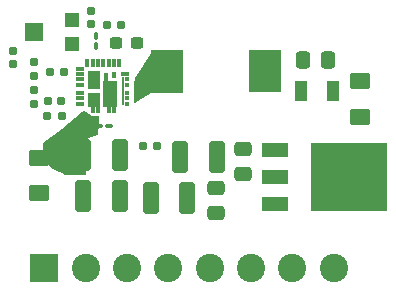
<source format=gbr>
%TF.GenerationSoftware,KiCad,Pcbnew,6.0.11+dfsg-1~bpo11+1*%
%TF.CreationDate,2023-08-28T18:41:00-05:00*%
%TF.ProjectId,Gauntl33tVoltageRegulator,4761756e-746c-4333-9374-566f6c746167,rev?*%
%TF.SameCoordinates,Original*%
%TF.FileFunction,Soldermask,Top*%
%TF.FilePolarity,Negative*%
%FSLAX46Y46*%
G04 Gerber Fmt 4.6, Leading zero omitted, Abs format (unit mm)*
G04 Created by KiCad (PCBNEW 6.0.11+dfsg-1~bpo11+1) date 2023-08-28 18:41:00*
%MOMM*%
%LPD*%
G01*
G04 APERTURE LIST*
G04 Aperture macros list*
%AMRoundRect*
0 Rectangle with rounded corners*
0 $1 Rounding radius*
0 $2 $3 $4 $5 $6 $7 $8 $9 X,Y pos of 4 corners*
0 Add a 4 corners polygon primitive as box body*
4,1,4,$2,$3,$4,$5,$6,$7,$8,$9,$2,$3,0*
0 Add four circle primitives for the rounded corners*
1,1,$1+$1,$2,$3*
1,1,$1+$1,$4,$5*
1,1,$1+$1,$6,$7*
1,1,$1+$1,$8,$9*
0 Add four rect primitives between the rounded corners*
20,1,$1+$1,$2,$3,$4,$5,0*
20,1,$1+$1,$4,$5,$6,$7,0*
20,1,$1+$1,$6,$7,$8,$9,0*
20,1,$1+$1,$8,$9,$2,$3,0*%
G04 Aperture macros list end*
%ADD10R,2.700000X3.600000*%
%ADD11RoundRect,0.250000X-0.412500X-1.100000X0.412500X-1.100000X0.412500X1.100000X-0.412500X1.100000X0*%
%ADD12RoundRect,0.250000X0.412500X1.100000X-0.412500X1.100000X-0.412500X-1.100000X0.412500X-1.100000X0*%
%ADD13RoundRect,0.160000X-0.197500X-0.160000X0.197500X-0.160000X0.197500X0.160000X-0.197500X0.160000X0*%
%ADD14RoundRect,0.250001X0.624999X-0.462499X0.624999X0.462499X-0.624999X0.462499X-0.624999X-0.462499X0*%
%ADD15R,0.300000X0.550000*%
%ADD16R,0.450000X0.300000*%
%ADD17R,0.730000X0.300000*%
%ADD18R,0.300000X0.725000*%
%ADD19R,0.725000X0.300000*%
%ADD20R,1.050000X1.575000*%
%ADD21R,1.050000X1.150000*%
%ADD22R,1.200000X2.175000*%
%ADD23R,0.380000X0.580000*%
%ADD24R,0.445000X0.650000*%
%ADD25R,0.275000X2.350000*%
%ADD26RoundRect,0.237500X0.300000X0.237500X-0.300000X0.237500X-0.300000X-0.237500X0.300000X-0.237500X0*%
%ADD27RoundRect,0.160000X0.160000X-0.197500X0.160000X0.197500X-0.160000X0.197500X-0.160000X-0.197500X0*%
%ADD28RoundRect,0.160000X0.197500X0.160000X-0.197500X0.160000X-0.197500X-0.160000X0.197500X-0.160000X0*%
%ADD29R,2.200000X1.200000*%
%ADD30R,6.400000X5.800000*%
%ADD31R,2.400000X2.400000*%
%ADD32C,2.400000*%
%ADD33R,1.200000X1.200000*%
%ADD34R,1.500000X1.600000*%
%ADD35RoundRect,0.160000X-0.160000X0.197500X-0.160000X-0.197500X0.160000X-0.197500X0.160000X0.197500X0*%
%ADD36RoundRect,0.155000X-0.212500X-0.155000X0.212500X-0.155000X0.212500X0.155000X-0.212500X0.155000X0*%
%ADD37RoundRect,0.100000X-0.217500X-0.100000X0.217500X-0.100000X0.217500X0.100000X-0.217500X0.100000X0*%
%ADD38RoundRect,0.250000X-0.337500X-0.475000X0.337500X-0.475000X0.337500X0.475000X-0.337500X0.475000X0*%
%ADD39RoundRect,0.250000X-0.475000X0.337500X-0.475000X-0.337500X0.475000X-0.337500X0.475000X0.337500X0*%
%ADD40R,1.070000X1.780000*%
%ADD41RoundRect,0.100000X-0.100000X0.217500X-0.100000X-0.217500X0.100000X-0.217500X0.100000X0.217500X0*%
%ADD42RoundRect,0.155000X0.155000X-0.212500X0.155000X0.212500X-0.155000X0.212500X-0.155000X-0.212500X0*%
G04 APERTURE END LIST*
D10*
%TO.C,L1*%
X140750000Y-112260000D03*
X132450000Y-112260000D03*
%TD*%
D11*
%TO.C,C1*%
X125337500Y-119300000D03*
X128462500Y-119300000D03*
%TD*%
D12*
%TO.C,C11*%
X134162500Y-123000000D03*
X131037500Y-123000000D03*
%TD*%
D13*
%TO.C,R7*%
X130402500Y-118600000D03*
X131597500Y-118600000D03*
%TD*%
D14*
%TO.C,F2*%
X121600000Y-122587500D03*
X121600000Y-119612500D03*
%TD*%
D15*
%TO.C,IC1*%
X126140000Y-115536000D03*
X126590000Y-115536000D03*
X127490000Y-115535000D03*
X127940000Y-115535000D03*
D16*
X129040000Y-114984000D03*
X129040000Y-114534000D03*
X129040000Y-114084000D03*
X129040000Y-113384000D03*
X129040000Y-112934000D03*
D17*
X128900000Y-112484000D03*
D18*
X128389000Y-111572000D03*
X127939000Y-111572000D03*
X127489000Y-111572000D03*
X127039000Y-111572000D03*
X126589000Y-111572000D03*
X126139000Y-111572000D03*
X125689000Y-111572000D03*
D19*
X125027000Y-112035000D03*
X125027000Y-112485000D03*
X125027000Y-112935000D03*
X125027000Y-113385000D03*
X125027000Y-114085000D03*
X125027000Y-114535000D03*
X125027000Y-114985000D03*
D20*
X126215000Y-113023000D03*
D21*
X126215000Y-114686000D03*
D22*
X127640000Y-114172000D03*
D23*
X127979000Y-112524000D03*
D24*
X127262000Y-112760000D03*
D25*
X128678000Y-113959000D03*
%TD*%
D26*
%TO.C,C0*%
X129862500Y-109860000D03*
X128137500Y-109860000D03*
%TD*%
D27*
%TO.C,R3*%
X121175000Y-112637500D03*
X121175000Y-111442500D03*
%TD*%
D28*
%TO.C,R1*%
X123497500Y-116000000D03*
X122302500Y-116000000D03*
%TD*%
D29*
%TO.C,U1*%
X141575000Y-118945000D03*
D30*
X147875000Y-121225000D03*
D29*
X141575000Y-121225000D03*
X141575000Y-123505000D03*
%TD*%
D31*
%TO.C,J1*%
X122050000Y-128900000D03*
D32*
X125550000Y-128900000D03*
X129050000Y-128900000D03*
X132550000Y-128900000D03*
X136050000Y-128900000D03*
X139550000Y-128900000D03*
X143050000Y-128900000D03*
X146550000Y-128900000D03*
%TD*%
D11*
%TO.C,C3*%
X125337500Y-122800000D03*
X128462500Y-122800000D03*
%TD*%
D33*
%TO.C,200K1*%
X124400000Y-109900000D03*
D34*
X121150000Y-108900000D03*
D33*
X124400000Y-107900000D03*
%TD*%
D12*
%TO.C,C8*%
X136662500Y-119500000D03*
X133537500Y-119500000D03*
%TD*%
D28*
%TO.C,R2*%
X128562500Y-108332061D03*
X127367500Y-108332061D03*
%TD*%
D35*
%TO.C,R4*%
X121185000Y-113805000D03*
X121185000Y-115000000D03*
%TD*%
D36*
%TO.C,C2*%
X122332500Y-114800000D03*
X123467500Y-114800000D03*
%TD*%
D37*
%TO.C,C4*%
X126692500Y-116900000D03*
X127507500Y-116900000D03*
%TD*%
D38*
%TO.C,C6*%
X143962500Y-111300000D03*
X146037500Y-111300000D03*
%TD*%
D39*
%TO.C,C9*%
X138900000Y-118862500D03*
X138900000Y-120937500D03*
%TD*%
D14*
%TO.C,F1*%
X148800000Y-116087500D03*
X148800000Y-113112500D03*
%TD*%
D28*
%TO.C,R9*%
X123722500Y-112280000D03*
X122527500Y-112280000D03*
%TD*%
D40*
%TO.C,C5*%
X146460000Y-113900000D03*
X143740000Y-113900000D03*
%TD*%
D41*
%TO.C,C7*%
X126385000Y-109282500D03*
X126385000Y-110097500D03*
%TD*%
D42*
%TO.C,R5*%
X119400000Y-111667500D03*
X119400000Y-110532500D03*
%TD*%
%TO.C,R6*%
X126000000Y-108267500D03*
X126000000Y-107132500D03*
%TD*%
D39*
%TO.C,C10*%
X136600000Y-122162500D03*
X136600000Y-124237500D03*
%TD*%
G36*
X125367990Y-115639223D02*
G01*
X125375964Y-115643408D01*
X125985723Y-115991842D01*
X126016444Y-116000000D01*
X126574000Y-116000000D01*
X126642121Y-116020002D01*
X126688614Y-116073658D01*
X126700000Y-116126000D01*
X126700000Y-116693025D01*
X126699229Y-116706939D01*
X126608903Y-117519874D01*
X126581501Y-117585370D01*
X126523519Y-117625494D01*
X125717186Y-117894271D01*
X125704143Y-117903336D01*
X125699533Y-117914480D01*
X125603933Y-120878062D01*
X125581746Y-120945503D01*
X125526619Y-120990242D01*
X125477999Y-121000000D01*
X123732650Y-121000000D01*
X123671459Y-120984144D01*
X122808494Y-120504719D01*
X122792328Y-120494033D01*
X121948643Y-119837833D01*
X121907152Y-119780223D01*
X121900000Y-119738375D01*
X121900000Y-118459972D01*
X121920002Y-118391851D01*
X121946545Y-118362182D01*
X123499631Y-117100300D01*
X123500365Y-117099696D01*
X125232787Y-115656011D01*
X125297924Y-115627767D01*
X125367990Y-115639223D01*
G37*
G36*
X133737997Y-110522401D02*
G01*
X133786517Y-110574230D01*
X133800000Y-110630939D01*
X133800000Y-113974000D01*
X133779998Y-114042121D01*
X133726342Y-114088614D01*
X133674000Y-114100000D01*
X131117128Y-114100000D01*
X131085313Y-114108812D01*
X129790826Y-114885504D01*
X129722122Y-114903400D01*
X129654649Y-114881311D01*
X129609830Y-114826250D01*
X129600000Y-114777460D01*
X129600000Y-113410430D01*
X129601714Y-113389716D01*
X129695441Y-112827354D01*
X129715622Y-112777088D01*
X131164214Y-110652486D01*
X131219116Y-110607470D01*
X131263476Y-110597559D01*
X133669157Y-110505032D01*
X133737997Y-110522401D01*
G37*
M02*

</source>
